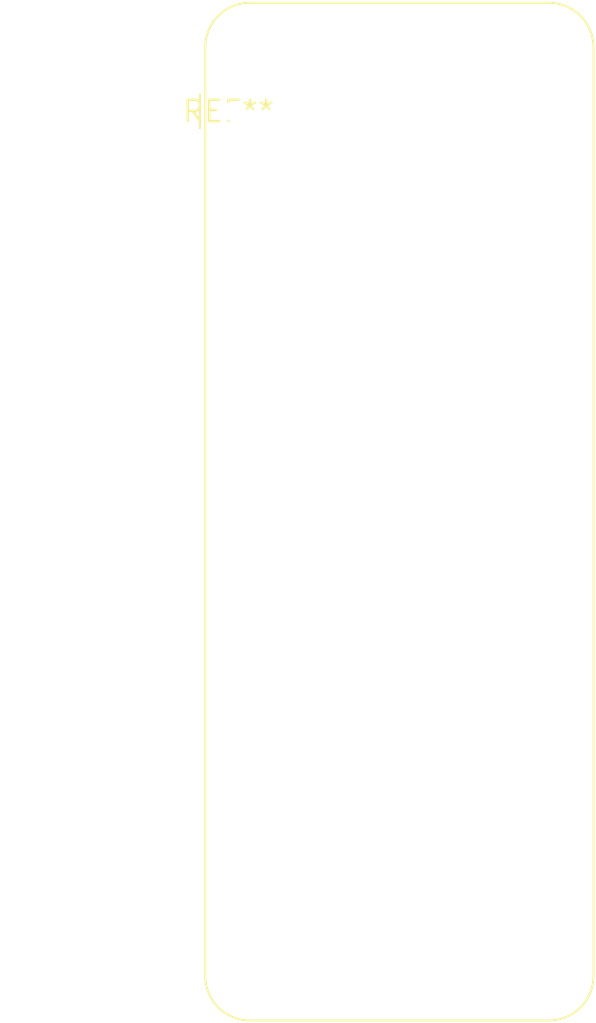
<source format=kicad_pcb>
(kicad_pcb (version 20240108) (generator pcbnew)
  (layers (0 "F.Cu" signal) (31 "B.Cu" signal) (34 "B.Paste" user) (35 "F.Paste" user) (36 "B.SilkS" user "B.Silkscreen") (37 "F.SilkS" user "F.Silkscreen") (38 "B.Mask" user) (39 "F.Mask" user) (44 "Edge.Cuts" user))
  (net 0 "")
  (footprint "Adafruit_Feather_32u4_FONA" (layer "F.Cu") (at 0 0)
    (property "Reference" "REF**")
    (property "Value" "Adafruit_Feather_32u4_FONA")
    (fp_line (start -1.7 1) (end -1.7 -1) (layer "F.SilkS") (stroke (width 0.12)))
    (fp_line (start -1.38 -3.81) (end -1.38 51.44) (layer "F.SilkS") (stroke (width 0.12)))
    (fp_line (start 19.05 -6.46) (end 1.27 -6.46) (layer "F.SilkS") (stroke (width 0.12)))
    (fp_line (start 19.05 54.09) (end 1.27 54.09) (layer "F.SilkS") (stroke (width 0.12)))
    (fp_line (start 21.7 -3.81) (end 21.7 51.44) (layer "F.SilkS") (stroke (width 0.12)))
    (fp_arc (start -1.38 -3.81) (mid -0.603833 -5.683833) (end 1.27 -6.46) (layer "F.SilkS") (stroke (width 0.12)))
    (fp_arc (start 1.27 54.09) (mid -0.603833 53.313833) (end -1.38 51.44) (layer "F.SilkS") (stroke (width 0.12)))
    (fp_arc (start 19.05 -6.46) (mid 20.923833 -5.683833) (end 21.7 -3.81) (layer "F.SilkS") (stroke (width 0.12)))
    (fp_arc (start 21.7 51.44) (mid 20.923833 53.313833) (end 19.05 54.09) (layer "F.SilkS") (stroke (width 0.12)))
    (pad "1" thru_hole roundrect (at 0 0) (size 2.6 1.6) (drill 1 (offset 0.3 0)) (layers *.Cu *.Mask) (remove_unused_layers) (roundrect_rratio 0.15625))
    (pad "2" thru_hole oval (at 0 2.54) (size 2.6 1.6) (drill 1 (offset 0.3 0)) (layers *.Cu *.Mask) (remove_unused_layers))
    (pad "3" thru_hole oval (at 0 5.08) (size 2.6 1.6) (drill 1 (offset 0.3 0)) (layers *.Cu *.Mask) (remove_unused_layers))
    (pad "4" thru_hole oval (at 0 7.62) (size 2.6 1.6) (drill 1 (offset 0.3 0)) (layers *.Cu *.Mask) (remove_unused_layers))
    (pad "5" thru_hole oval (at 0 10.16) (size 2.6 1.6) (drill 1 (offset 0.3 0)) (layers *.Cu *.Mask) (remove_unused_layers))
    (pad "6" thru_hole oval (at 0 12.7) (size 2.6 1.6) (drill 1 (offset 0.3 0)) (layers *.Cu *.Mask) (remove_unused_layers))
    (pad "7" thru_hole oval (at 0 15.24) (size 2.6 1.6) (drill 1 (offset 0.3 0)) (layers *.Cu *.Mask) (remove_unused_layers))
    (pad "8" thru_hole oval (at 0 17.78) (size 2.6 1.6) (drill 1 (offset 0.3 0)) (layers *.Cu *.Mask) (remove_unused_layers))
    (pad "9" thru_hole oval (at 0 20.32) (size 2.6 1.6) (drill 1 (offset 0.3 0)) (layers *.Cu *.Mask) (remove_unused_layers))
    (pad "10" thru_hole oval (at 0 22.86) (size 2.6 1.6) (drill 1 (offset 0.3 0)) (layers *.Cu *.Mask) (remove_unused_layers))
    (pad "11" thru_hole oval (at 0 25.4) (size 2.6 1.6) (drill 1 (offset 0.3 0)) (layers *.Cu *.Mask) (remove_unused_layers))
    (pad "12" thru_hole oval (at 0 27.94) (size 2.6 1.6) (drill 1 (offset 0.3 0)) (layers *.Cu *.Mask) (remove_unused_layers))
    (pad "13" thru_hole oval (at 0 30.48) (size 2.6 1.6) (drill 1 (offset 0.3 0)) (layers *.Cu *.Mask) (remove_unused_layers))
    (pad "14" thru_hole oval (at 0 33.02) (size 2.6 1.6) (drill 1 (offset 0.3 0)) (layers *.Cu *.Mask) (remove_unused_layers))
    (pad "15" thru_hole oval (at 0 35.56) (size 2.6 1.6) (drill 1 (offset 0.3 0)) (layers *.Cu *.Mask) (remove_unused_layers))
    (pad "16" thru_hole oval (at 0 38.1) (size 2.6 1.6) (drill 1 (offset 0.3 0)) (layers *.Cu *.Mask) (remove_unused_layers))
    (pad "17" thru_hole oval (at 20.32 38.1 180) (size 2.6 1.6) (drill 1 (offset 0.3 0)) (layers *.Cu *.Mask) (remove_unused_layers))
    (pad "18" thru_hole oval (at 20.32 35.56 180) (size 2.6 1.6) (drill 1 (offset 0.3 0)) (layers *.Cu *.Mask) (remove_unused_layers))
    (pad "19" thru_hole oval (at 20.32 33.02 180) (size 2.6 1.6) (drill 1 (offset 0.3 0)) (layers *.Cu *.Mask) (remove_unused_layers))
    (pad "20" thru_hole oval (at 20.32 30.48 180) (size 2.6 1.6) (drill 1 (offset 0.3 0)) (layers *.Cu *.Mask) (remove_unused_layers))
    (pad "21" thru_hole oval (at 20.32 27.94 180) (size 2.6 1.6) (drill 1 (offset 0.3 0)) (layers *.Cu *.Mask) (remove_unused_layers))
    (pad "22" thru_hole oval (at 20.32 25.4 180) (size 2.6 1.6) (drill 1 (offset 0.3 0)) (layers *.Cu *.Mask) (remove_unused_layers))
    (pad "23" thru_hole oval (at 20.32 22.86 180) (size 2.6 1.6) (drill 1 (offset 0.3 0)) (layers *.Cu *.Mask) (remove_unused_layers))
    (pad "24" thru_hole oval (at 20.32 20.32 180) (size 2.6 1.6) (drill 1 (offset 0.3 0)) (layers *.Cu *.Mask) (remove_unused_layers))
    (pad "25" thru_hole oval (at 20.32 17.78 180) (size 2.6 1.6) (drill 1 (offset 0.3 0)) (layers *.Cu *.Mask) (remove_unused_layers))
    (pad "26" thru_hole oval (at 20.32 15.24 180) (size 2.6 1.6) (drill 1 (offset 0.3 0)) (layers *.Cu *.Mask) (remove_unused_layers))
    (pad "27" thru_hole oval (at 20.32 12.7 180) (size 2.6 1.6) (drill 1 (offset 0.3 0)) (layers *.Cu *.Mask) (remove_unused_layers))
    (pad "28" thru_hole oval (at 20.32 10.16 180) (size 2.6 1.6) (drill 1 (offset 0.3 0)) (layers *.Cu *.Mask) (remove_unused_layers))
  )
)
</source>
